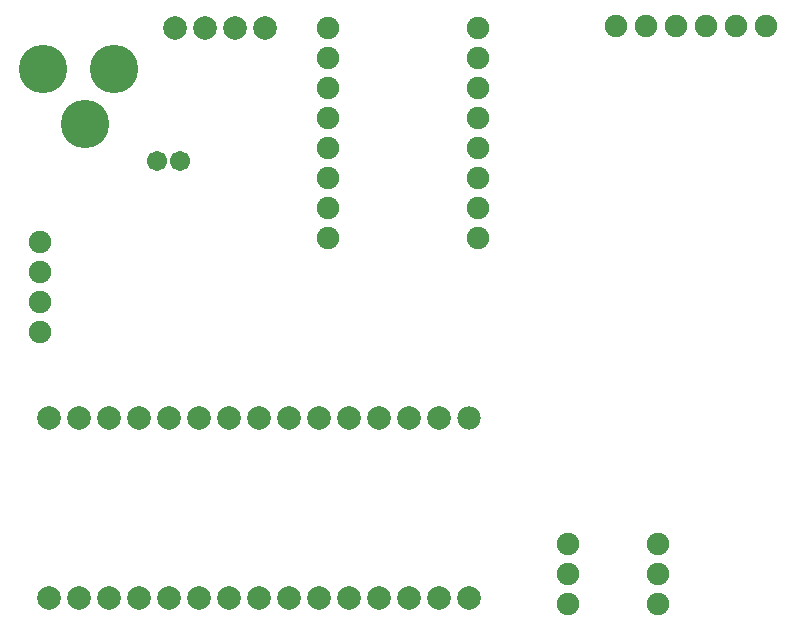
<source format=gbs>
G04 Layer: BottomSolderMaskLayer*
G04 EasyEDA v6.5.22, 2023-03-16 00:42:12*
G04 6c7d3366ae2840beb83d5b943752a861,1465fc12622e42b796a721e2995872a7,10*
G04 Gerber Generator version 0.2*
G04 Scale: 100 percent, Rotated: No, Reflected: No *
G04 Dimensions in millimeters *
G04 leading zeros omitted , absolute positions ,4 integer and 5 decimal *
%FSLAX45Y45*%
%MOMM*%

%ADD10C,1.9016*%
%ADD11C,1.9812*%
%ADD12C,2.0032*%
%ADD13C,4.1016*%
%ADD14C,1.7032*%

%LPD*%
D10*
G01*
X4247388Y5480050D03*
G01*
X4247388Y5226050D03*
G01*
X4247388Y4972050D03*
G01*
X4247388Y4718050D03*
G01*
X4247388Y4464050D03*
G01*
X4247388Y4210050D03*
G01*
X4247388Y3956050D03*
G01*
X4247388Y3702050D03*
G01*
X2977388Y3702050D03*
G01*
X2977388Y3956050D03*
G01*
X2977388Y4210050D03*
G01*
X2977388Y4464050D03*
G01*
X2977388Y4718050D03*
G01*
X2977388Y4972050D03*
G01*
X2977388Y5226050D03*
G01*
X2977388Y5480050D03*
D11*
G01*
X4171188Y2178050D03*
D12*
G01*
X3917188Y2178050D03*
G01*
X2139188Y2178050D03*
G01*
X3663188Y2178050D03*
G01*
X3409188Y2178050D03*
G01*
X3155188Y2178050D03*
G01*
X2901188Y2178050D03*
G01*
X2647188Y2178050D03*
G01*
X2393188Y2178050D03*
G01*
X1885187Y2178050D03*
G01*
X1631187Y2178050D03*
G01*
X1377187Y2178050D03*
G01*
X1123187Y2178050D03*
G01*
X869187Y2178050D03*
G01*
X615187Y2178050D03*
G01*
X615187Y654050D03*
G01*
X869187Y654050D03*
G01*
X1123187Y654050D03*
G01*
X1377187Y654050D03*
G01*
X1631187Y654050D03*
G01*
X1885187Y654050D03*
G01*
X2139188Y654050D03*
G01*
X2393188Y654050D03*
G01*
X2647188Y654050D03*
G01*
X2901188Y654050D03*
G01*
X3155188Y654050D03*
G01*
X3409188Y654050D03*
G01*
X3663188Y654050D03*
G01*
X3917188Y654050D03*
G01*
X4171188Y654050D03*
D13*
G01*
X1169162Y5128387D03*
G01*
X569213Y5128387D03*
G01*
X919226Y4663312D03*
D12*
G01*
X1681987Y5480050D03*
G01*
X1935988Y5480050D03*
G01*
X2189988Y5480050D03*
G01*
X2443988Y5480050D03*
D10*
G01*
X5415788Y5492750D03*
G01*
X5669788Y5492750D03*
G01*
X5923788Y5492750D03*
G01*
X6177788Y5492750D03*
G01*
X6431788Y5492750D03*
G01*
X6685788Y5492750D03*
G01*
X538987Y3663950D03*
G01*
X538987Y3409950D03*
G01*
X538987Y3155950D03*
G01*
X538987Y2901950D03*
D14*
G01*
X1531188Y4349750D03*
G01*
X1731187Y4349750D03*
D10*
G01*
X5009388Y603250D03*
G01*
X5771388Y603250D03*
G01*
X5771388Y857250D03*
G01*
X5009388Y857250D03*
G01*
X5009388Y1111250D03*
G01*
X5771388Y1111250D03*
M02*

</source>
